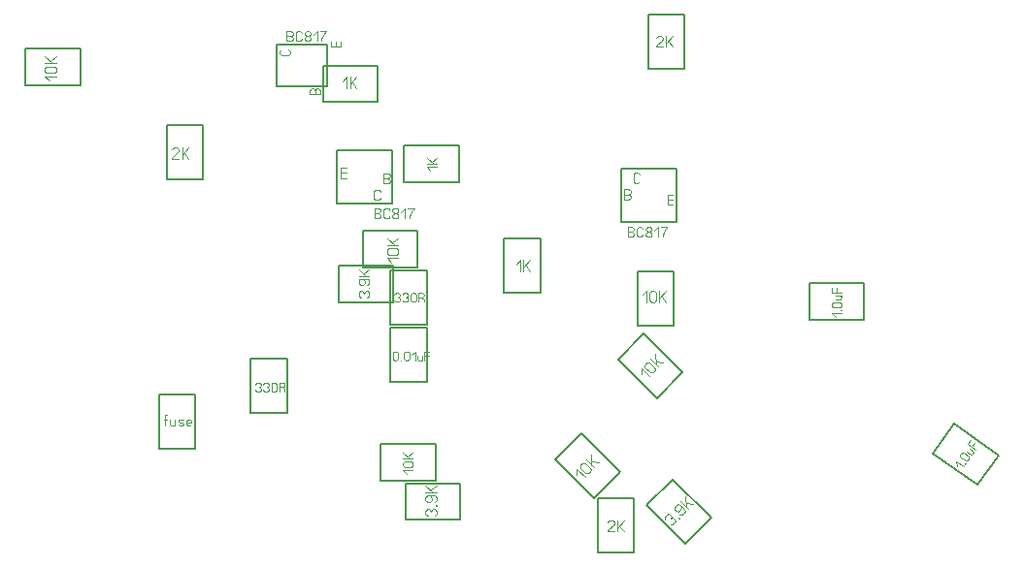
<source format=gbr>
%FSLAX34Y34*%
%MOMM*%
%LNSILK_TOP*%
G71*
G01*
%ADD10C,0.122*%
%ADD11C,0.100*%
%ADD12C,0.111*%
%ADD13C,0.200*%
%LPD*%
G54D10*
X579787Y-96083D02*
X573921Y-96083D01*
X573921Y-95472D01*
X574654Y-94249D01*
X579054Y-90583D01*
X579787Y-89360D01*
X579787Y-88138D01*
X579054Y-86916D01*
X577587Y-86305D01*
X576121Y-86305D01*
X574654Y-86916D01*
X573921Y-88138D01*
G54D10*
X582477Y-96083D02*
X582477Y-86305D01*
G54D10*
X582477Y-93027D02*
X588343Y-86305D01*
G54D10*
X584677Y-91194D02*
X588343Y-96083D01*
G54D10*
X374266Y-505677D02*
X373044Y-504944D01*
X372433Y-503477D01*
X372433Y-502010D01*
X373044Y-500544D01*
X374266Y-499810D01*
X375488Y-499810D01*
X376711Y-500544D01*
X377322Y-502010D01*
X377933Y-500544D01*
X379155Y-499810D01*
X380377Y-499810D01*
X381600Y-500544D01*
X382211Y-502010D01*
X382211Y-503477D01*
X381600Y-504944D01*
X380377Y-505677D01*
G54D10*
X382211Y-497121D02*
X382211Y-496534D01*
X381722Y-496534D01*
X381722Y-497121D01*
X382211Y-497121D01*
G54D10*
X380377Y-493845D02*
X381600Y-493112D01*
X382211Y-491645D01*
X382211Y-490178D01*
X381600Y-488712D01*
X380377Y-487978D01*
X377322Y-487978D01*
X376711Y-487978D01*
X377933Y-490178D01*
X377933Y-491645D01*
X377322Y-493112D01*
X376100Y-493845D01*
X374266Y-493845D01*
X373044Y-493112D01*
X372433Y-491645D01*
X372433Y-490178D01*
X373044Y-488712D01*
X374266Y-487978D01*
X377322Y-487978D01*
G54D10*
X382211Y-485289D02*
X372433Y-485289D01*
G54D10*
X379155Y-485289D02*
X372433Y-479422D01*
G54D10*
X377322Y-483089D02*
X382211Y-479422D01*
G54D10*
X561537Y-312878D02*
X565204Y-309211D01*
X565204Y-318989D01*
G54D10*
X573760Y-311044D02*
X573760Y-317156D01*
X573027Y-318378D01*
X571560Y-318989D01*
X570093Y-318989D01*
X568627Y-318378D01*
X567893Y-317156D01*
X567893Y-311044D01*
X568627Y-309822D01*
X570093Y-309211D01*
X571560Y-309211D01*
X573027Y-309822D01*
X573760Y-311044D01*
G54D10*
X576449Y-318989D02*
X576449Y-309211D01*
G54D10*
X576449Y-315933D02*
X582316Y-309211D01*
G54D10*
X578649Y-314100D02*
X582316Y-318989D01*
G54D11*
X345330Y-312319D02*
X345930Y-311319D01*
X347130Y-310819D01*
X348330Y-310819D01*
X349530Y-311319D01*
X350130Y-312319D01*
X350130Y-313319D01*
X349530Y-314319D01*
X348330Y-314819D01*
X349530Y-315319D01*
X350130Y-316319D01*
X350130Y-317319D01*
X349530Y-318319D01*
X348330Y-318819D01*
X347130Y-318819D01*
X345930Y-318319D01*
X345330Y-317319D01*
G54D11*
X352330Y-312319D02*
X352930Y-311319D01*
X354130Y-310819D01*
X355330Y-310819D01*
X356530Y-311319D01*
X357130Y-312319D01*
X357130Y-313319D01*
X356530Y-314319D01*
X355330Y-314819D01*
X356530Y-315319D01*
X357130Y-316319D01*
X357130Y-317319D01*
X356530Y-318319D01*
X355330Y-318819D01*
X354130Y-318819D01*
X352930Y-318319D01*
X352330Y-317319D01*
G54D11*
X364130Y-312319D02*
X364130Y-317319D01*
X363530Y-318319D01*
X362330Y-318819D01*
X361130Y-318819D01*
X359930Y-318319D01*
X359330Y-317319D01*
X359330Y-312319D01*
X359930Y-311319D01*
X361130Y-310819D01*
X362330Y-310819D01*
X363530Y-311319D01*
X364130Y-312319D01*
G54D11*
X368730Y-314819D02*
X370530Y-315819D01*
X371130Y-316819D01*
X371130Y-318819D01*
G54D11*
X366330Y-318819D02*
X366330Y-310819D01*
X369330Y-310819D01*
X370530Y-311319D01*
X371130Y-312319D01*
X371130Y-313319D01*
X370530Y-314319D01*
X369330Y-314819D01*
X366330Y-314819D01*
G54D11*
X348533Y-363628D02*
X348533Y-368628D01*
X347933Y-369628D01*
X346733Y-370128D01*
X345533Y-370128D01*
X344333Y-369628D01*
X343733Y-368628D01*
X343733Y-363628D01*
X344333Y-362628D01*
X345533Y-362128D01*
X346733Y-362128D01*
X347933Y-362628D01*
X348533Y-363628D01*
G54D11*
X350733Y-370128D02*
X351213Y-370128D01*
X351213Y-369728D01*
X350733Y-369728D01*
X350733Y-370128D01*
G54D11*
X358213Y-363628D02*
X358213Y-368628D01*
X357613Y-369628D01*
X356413Y-370128D01*
X355213Y-370128D01*
X354013Y-369628D01*
X353413Y-368628D01*
X353413Y-363628D01*
X354013Y-362628D01*
X355213Y-362128D01*
X356413Y-362128D01*
X357613Y-362628D01*
X358213Y-363628D01*
G54D11*
X360413Y-365128D02*
X363413Y-362128D01*
X363413Y-370128D01*
G54D11*
X369213Y-365628D02*
X369213Y-370128D01*
G54D11*
X369213Y-369128D02*
X368613Y-369928D01*
X367413Y-370128D01*
X366213Y-369928D01*
X365613Y-369128D01*
X365613Y-365628D01*
G54D11*
X371413Y-370128D02*
X371413Y-362128D01*
X375613Y-362128D01*
G54D11*
X371413Y-366128D02*
X375613Y-366128D01*
G54D10*
X560602Y-381771D02*
X560602Y-376586D01*
X567516Y-383500D01*
G54D10*
X567948Y-371832D02*
X572270Y-376153D01*
X572616Y-377536D01*
X572010Y-379005D01*
X570973Y-380042D01*
X569504Y-380648D01*
X568121Y-380302D01*
X563800Y-375981D01*
X563454Y-374598D01*
X564059Y-373128D01*
X565096Y-372092D01*
X566566Y-371486D01*
X567948Y-371832D01*
G54D10*
X575468Y-375548D02*
X568554Y-368634D01*
G54D10*
X573307Y-373388D02*
X572702Y-364486D01*
G54D10*
X573566Y-370536D02*
X579616Y-371400D01*
G54D11*
X730055Y-331594D02*
X727055Y-328594D01*
X735055Y-328594D01*
G54D11*
X735055Y-326394D02*
X735055Y-325914D01*
X734655Y-325914D01*
X734655Y-326394D01*
X735055Y-326394D01*
G54D11*
X728555Y-318914D02*
X733555Y-318914D01*
X734555Y-319514D01*
X735055Y-320714D01*
X735055Y-321914D01*
X734555Y-323114D01*
X733555Y-323714D01*
X728555Y-323714D01*
X727555Y-323114D01*
X727055Y-321914D01*
X727055Y-320714D01*
X727555Y-319514D01*
X728555Y-318914D01*
G54D11*
X730555Y-313114D02*
X735055Y-313114D01*
G54D11*
X734055Y-313114D02*
X734855Y-313714D01*
X735055Y-314914D01*
X734855Y-316114D01*
X734055Y-316714D01*
X730555Y-316714D01*
G54D11*
X735055Y-310914D02*
X727055Y-310914D01*
X727055Y-306714D01*
G54D11*
X731055Y-310914D02*
X731055Y-306714D01*
G54D12*
X251348Y-91063D02*
X251348Y-82174D01*
X254682Y-82174D01*
X256015Y-82729D01*
X256682Y-83841D01*
X256682Y-84952D01*
X256015Y-86063D01*
X254682Y-86618D01*
X256015Y-87174D01*
X256682Y-88285D01*
X256682Y-89396D01*
X256015Y-90507D01*
X254682Y-91063D01*
X251348Y-91063D01*
G54D12*
X251348Y-86618D02*
X254682Y-86618D01*
G54D12*
X264459Y-89396D02*
X263792Y-90507D01*
X262459Y-91063D01*
X261125Y-91063D01*
X259792Y-90507D01*
X259125Y-89396D01*
X259125Y-83841D01*
X259792Y-82729D01*
X261125Y-82174D01*
X262459Y-82174D01*
X263792Y-82729D01*
X264459Y-83841D01*
G54D12*
X270236Y-86618D02*
X268902Y-86618D01*
X267569Y-86063D01*
X266902Y-84952D01*
X266902Y-83841D01*
X267569Y-82729D01*
X268902Y-82174D01*
X270236Y-82174D01*
X271569Y-82729D01*
X272236Y-83841D01*
X272236Y-84952D01*
X271569Y-86063D01*
X270236Y-86618D01*
X271569Y-87174D01*
X272236Y-88285D01*
X272236Y-89396D01*
X271569Y-90507D01*
X270236Y-91063D01*
X268902Y-91063D01*
X267569Y-90507D01*
X266902Y-89396D01*
X266902Y-88285D01*
X267569Y-87174D01*
X268902Y-86618D01*
G54D12*
X274679Y-85507D02*
X278013Y-82174D01*
X278013Y-91063D01*
G54D12*
X280456Y-82174D02*
X285790Y-82174D01*
X285123Y-83285D01*
X283790Y-84952D01*
X282456Y-87174D01*
X281790Y-88841D01*
X281790Y-91063D01*
G54D13*
X543021Y-202424D02*
X591270Y-202424D01*
X591270Y-249121D01*
X543021Y-249121D01*
X543021Y-202424D01*
G54D12*
X548847Y-262044D02*
X548847Y-253155D01*
X552180Y-253156D01*
X553513Y-253711D01*
X554180Y-254822D01*
X554180Y-255933D01*
X553513Y-257044D01*
X552180Y-257600D01*
X553513Y-258155D01*
X554180Y-259267D01*
X554180Y-260378D01*
X553513Y-261489D01*
X552180Y-262044D01*
X548847Y-262044D01*
G54D12*
X548847Y-257600D02*
X552180Y-257600D01*
G54D12*
X561957Y-260378D02*
X561290Y-261489D01*
X559957Y-262044D01*
X558624Y-262044D01*
X557290Y-261489D01*
X556624Y-260378D01*
X556624Y-254822D01*
X557290Y-253711D01*
X558624Y-253155D01*
X559957Y-253156D01*
X561290Y-253711D01*
X561957Y-254822D01*
G54D12*
X567734Y-257600D02*
X566401Y-257600D01*
X565068Y-257044D01*
X564401Y-255933D01*
X564401Y-254822D01*
X565068Y-253711D01*
X566401Y-253156D01*
X567734Y-253155D01*
X569067Y-253711D01*
X569734Y-254822D01*
X569734Y-255933D01*
X569067Y-257044D01*
X567734Y-257600D01*
X569067Y-258155D01*
X569734Y-259267D01*
X569734Y-260378D01*
X569067Y-261489D01*
X567734Y-262044D01*
X566401Y-262044D01*
X565068Y-261489D01*
X564401Y-260378D01*
X564401Y-259267D01*
X565068Y-258155D01*
X566401Y-257600D01*
G54D12*
X572178Y-256489D02*
X575511Y-253155D01*
X575511Y-262044D01*
G54D12*
X577955Y-253156D02*
X583288Y-253155D01*
X582622Y-254267D01*
X581288Y-255933D01*
X579955Y-258155D01*
X579288Y-259822D01*
X579288Y-262044D01*
G54D12*
X546000Y-229412D02*
X546000Y-220523D01*
X549333Y-220523D01*
X550667Y-221078D01*
X551333Y-222189D01*
X551333Y-223301D01*
X550667Y-224412D01*
X549333Y-224967D01*
X550667Y-225523D01*
X551333Y-226634D01*
X551333Y-227745D01*
X550667Y-228856D01*
X549333Y-229412D01*
X546000Y-229412D01*
G54D12*
X546000Y-224967D02*
X549333Y-224967D01*
G54D12*
X588196Y-233917D02*
X583529Y-233917D01*
X583529Y-225028D01*
X588196Y-225028D01*
G54D12*
X583529Y-229473D02*
X588196Y-229473D01*
G54D12*
X559172Y-213075D02*
X558505Y-214186D01*
X557172Y-214742D01*
X555838Y-214742D01*
X554505Y-214186D01*
X553838Y-213075D01*
X553838Y-207520D01*
X554505Y-206408D01*
X555838Y-205853D01*
X557172Y-205853D01*
X558505Y-206408D01*
X559172Y-207520D01*
G54D12*
X280462Y-137679D02*
X271573Y-137679D01*
X271573Y-134346D01*
X272128Y-133013D01*
X273239Y-132346D01*
X274350Y-132346D01*
X275462Y-133013D01*
X276017Y-134346D01*
X276573Y-133013D01*
X277684Y-132346D01*
X278795Y-132346D01*
X279906Y-133013D01*
X280462Y-134346D01*
X280462Y-137679D01*
G54D12*
X276017Y-137679D02*
X276017Y-134346D01*
G54D12*
X289724Y-91217D02*
X289724Y-95883D01*
X298613Y-95883D01*
X298613Y-91217D01*
G54D12*
X294169Y-95883D02*
X294169Y-91217D01*
G54D10*
X300110Y-125987D02*
X303776Y-122320D01*
X303776Y-132098D01*
G54D10*
X306466Y-132098D02*
X306466Y-122320D01*
G54D10*
X306466Y-129042D02*
X312332Y-122320D01*
G54D10*
X308666Y-127209D02*
X312332Y-132098D01*
G54D13*
X242404Y-94069D02*
X286322Y-94069D01*
X286322Y-130358D01*
X242404Y-130358D01*
X242404Y-94069D01*
G54D13*
X596474Y-380422D02*
X574023Y-402873D01*
X540347Y-369197D01*
X562798Y-346746D01*
X596474Y-380422D01*
G54D13*
X589121Y-340005D02*
X557371Y-340005D01*
X557371Y-292380D01*
X589121Y-292380D01*
X589121Y-340005D01*
G54D13*
X341680Y-341266D02*
X373430Y-341266D01*
X373430Y-388891D01*
X341680Y-388890D01*
X341680Y-341266D01*
G54D13*
X341767Y-291540D02*
X373517Y-291540D01*
X373517Y-339165D01*
X341767Y-339165D01*
X341767Y-291540D01*
G54D12*
X252460Y-98168D02*
X253571Y-98835D01*
X254127Y-100168D01*
X254127Y-101502D01*
X253571Y-102835D01*
X252460Y-103502D01*
X246904Y-103502D01*
X245793Y-102835D01*
X245238Y-101502D01*
X245238Y-100168D01*
X245793Y-98835D01*
X246904Y-98168D01*
G54D13*
X283123Y-144070D02*
X283123Y-112320D01*
X330748Y-112320D01*
X330748Y-144070D01*
X283123Y-144070D01*
G54D13*
X354774Y-508950D02*
X354774Y-477200D01*
X402400Y-477200D01*
X402400Y-508950D01*
X354774Y-508950D01*
G54D13*
X707172Y-334326D02*
X707173Y-302576D01*
X754798Y-302576D01*
X754798Y-334326D01*
X707172Y-334326D01*
G54D13*
X621451Y-507518D02*
X599001Y-529968D01*
X565325Y-496292D01*
X587775Y-473842D01*
X621451Y-507518D01*
G54D10*
X581589Y-508548D02*
X581243Y-507165D01*
X581848Y-505696D01*
X582885Y-504659D01*
X584355Y-504054D01*
X585737Y-504400D01*
X586602Y-505264D01*
X586947Y-506647D01*
X586342Y-508116D01*
X587812Y-507511D01*
X589194Y-507857D01*
X590059Y-508721D01*
X590404Y-510104D01*
X589799Y-511573D01*
X588762Y-512610D01*
X587293Y-513215D01*
X585910Y-512869D01*
G54D10*
X593257Y-508116D02*
X593671Y-507701D01*
X593326Y-507355D01*
X592911Y-507770D01*
X593257Y-508116D01*
G54D10*
X594277Y-504503D02*
X595660Y-504848D01*
X597129Y-504244D01*
X598166Y-503206D01*
X598771Y-501737D01*
X598425Y-500354D01*
X596265Y-498194D01*
X595832Y-497762D01*
X595141Y-500182D01*
X594104Y-501219D01*
X592635Y-501824D01*
X591252Y-501478D01*
X589956Y-500182D01*
X589610Y-498799D01*
X590215Y-497330D01*
X591252Y-496292D01*
X592721Y-495688D01*
X594104Y-496033D01*
X596265Y-498194D01*
G54D10*
X601623Y-499749D02*
X594709Y-492835D01*
G54D10*
X599462Y-497588D02*
X598858Y-488687D01*
G54D10*
X599722Y-494737D02*
X605772Y-495601D01*
G54D11*
X835911Y-461985D02*
X835175Y-457807D01*
X841728Y-462396D01*
G54D11*
X842990Y-460594D02*
X843265Y-460200D01*
X842938Y-459971D01*
X842662Y-460364D01*
X842990Y-460594D01*
G54D11*
X841956Y-450738D02*
X846051Y-453606D01*
X846526Y-454671D01*
X846248Y-455941D01*
X845559Y-456924D01*
X844462Y-457620D01*
X843298Y-457538D01*
X839202Y-454670D01*
X838727Y-453605D01*
X839006Y-452335D01*
X839694Y-451352D01*
X840792Y-450656D01*
X841956Y-450738D01*
G54D11*
X846921Y-447134D02*
X850607Y-449715D01*
G54D11*
X849787Y-449142D02*
X850099Y-450092D01*
X849574Y-451190D01*
X848722Y-452058D01*
X847723Y-452090D01*
X844856Y-450083D01*
G54D11*
X851869Y-447913D02*
X845315Y-443324D01*
X847725Y-439884D01*
G54D11*
X848592Y-445619D02*
X851001Y-442178D01*
G54D13*
X815223Y-451474D02*
X833434Y-425466D01*
X872446Y-452782D01*
X854235Y-478790D01*
X815223Y-451474D01*
G54D10*
X504508Y-469707D02*
X504508Y-464522D01*
X511422Y-471436D01*
G54D10*
X511854Y-459768D02*
X516175Y-464089D01*
X516521Y-465472D01*
X515916Y-466941D01*
X514879Y-467978D01*
X513410Y-468584D01*
X512027Y-468238D01*
X507706Y-463917D01*
X507360Y-462534D01*
X507965Y-461065D01*
X509002Y-460027D01*
X510471Y-459422D01*
X511854Y-459768D01*
G54D10*
X519373Y-463484D02*
X512459Y-456570D01*
G54D10*
X517212Y-461324D02*
X516608Y-452422D01*
G54D10*
X517472Y-458472D02*
X523522Y-459336D01*
G54D13*
X542009Y-467448D02*
X519558Y-489899D01*
X485882Y-456223D01*
X508333Y-433772D01*
X542009Y-467448D01*
G54D10*
X536880Y-519367D02*
X531013Y-519367D01*
X531013Y-518755D01*
X531746Y-517533D01*
X536146Y-513866D01*
X536880Y-512644D01*
X536880Y-511422D01*
X536146Y-510200D01*
X534680Y-509589D01*
X533213Y-509589D01*
X531746Y-510200D01*
X531013Y-511422D01*
G54D10*
X539569Y-519367D02*
X539569Y-509589D01*
G54D10*
X539569Y-516311D02*
X545436Y-509589D01*
G54D10*
X541769Y-514478D02*
X545436Y-519367D01*
G54D13*
X554523Y-537626D02*
X522772Y-537625D01*
X522773Y-490000D01*
X554522Y-490000D01*
X554523Y-537626D01*
G54D10*
X451564Y-285945D02*
X455230Y-282279D01*
X455230Y-292056D01*
G54D10*
X457920Y-292056D02*
X457920Y-282279D01*
G54D10*
X457920Y-289001D02*
X463786Y-282279D01*
G54D10*
X460120Y-287168D02*
X463786Y-292056D01*
G54D13*
X472463Y-263381D02*
X440713Y-263381D01*
X440713Y-311006D01*
X472463Y-311006D01*
X472463Y-263381D01*
G54D13*
X598404Y-115133D02*
X566654Y-115133D01*
X566654Y-67508D01*
X598404Y-67508D01*
X598404Y-115133D01*
G54D13*
X251833Y-415836D02*
X220083Y-415836D01*
X220083Y-368211D01*
X251833Y-368211D01*
X251833Y-415836D01*
G54D11*
X223913Y-390849D02*
X224513Y-389849D01*
X225714Y-389349D01*
X226914Y-389349D01*
X228114Y-389849D01*
X228713Y-390849D01*
X228714Y-391849D01*
X228114Y-392849D01*
X226913Y-393349D01*
X228114Y-393849D01*
X228714Y-394849D01*
X228713Y-395849D01*
X228113Y-396849D01*
X226913Y-397349D01*
X225714Y-397349D01*
X224514Y-396849D01*
X223913Y-395849D01*
G54D11*
X230914Y-390849D02*
X231514Y-389849D01*
X232714Y-389349D01*
X233914Y-389349D01*
X235113Y-389849D01*
X235713Y-390849D01*
X235714Y-391849D01*
X235114Y-392849D01*
X233913Y-393349D01*
X235114Y-393849D01*
X235713Y-394849D01*
X235713Y-395849D01*
X235113Y-396849D01*
X233914Y-397349D01*
X232714Y-397349D01*
X231514Y-396849D01*
X230914Y-395849D01*
G54D11*
X242713Y-390849D02*
X242713Y-395849D01*
X242113Y-396849D01*
X240914Y-397349D01*
X239713Y-397349D01*
X238513Y-396849D01*
X237914Y-395849D01*
X237914Y-390849D01*
X238514Y-389849D01*
X239714Y-389349D01*
X240914Y-389349D01*
X242113Y-389849D01*
X242713Y-390849D01*
G54D11*
X247313Y-393349D02*
X249114Y-394349D01*
X249713Y-395349D01*
X249714Y-397349D01*
G54D11*
X244914Y-397349D02*
X244913Y-389349D01*
X247914Y-389349D01*
X249113Y-389849D01*
X249714Y-390849D01*
X249713Y-391849D01*
X249114Y-392849D01*
X247913Y-393349D01*
X244914Y-393349D01*
G54D10*
X157322Y-193881D02*
X151456Y-193881D01*
X151456Y-193270D01*
X152189Y-192048D01*
X156589Y-188381D01*
X157322Y-187159D01*
X157322Y-185937D01*
X156589Y-184715D01*
X155122Y-184104D01*
X153656Y-184104D01*
X152189Y-184715D01*
X151456Y-185937D01*
G54D10*
X160012Y-193881D02*
X160012Y-184104D01*
G54D10*
X160012Y-190826D02*
X165878Y-184104D01*
G54D10*
X162212Y-188992D02*
X165878Y-193881D01*
G54D13*
X178209Y-212139D02*
X146459Y-212139D01*
X146459Y-164514D01*
X178209Y-164514D01*
X178209Y-212139D01*
G54D10*
X342485Y-284295D02*
X338818Y-280628D01*
X348596Y-280628D01*
G54D10*
X340652Y-272072D02*
X346763Y-272072D01*
X347985Y-272805D01*
X348596Y-274272D01*
X348596Y-275739D01*
X347985Y-277205D01*
X346763Y-277939D01*
X340652Y-277939D01*
X339430Y-277205D01*
X338818Y-275739D01*
X338818Y-274272D01*
X339430Y-272805D01*
X340652Y-272072D01*
G54D10*
X348596Y-269383D02*
X338818Y-269383D01*
G54D10*
X345541Y-269383D02*
X338818Y-263516D01*
G54D10*
X343707Y-267183D02*
X348596Y-263516D01*
G54D13*
X317802Y-256711D02*
X317802Y-288461D01*
X365427Y-288461D01*
X365427Y-256711D01*
X317802Y-256711D01*
G54D12*
X316022Y-314755D02*
X314911Y-314088D01*
X314355Y-312755D01*
X314355Y-311422D01*
X314911Y-310088D01*
X316022Y-309422D01*
X317133Y-309422D01*
X318244Y-310088D01*
X318800Y-311422D01*
X319355Y-310088D01*
X320466Y-309422D01*
X321577Y-309422D01*
X322688Y-310088D01*
X323244Y-311422D01*
X323244Y-312755D01*
X322688Y-314088D01*
X321577Y-314755D01*
G54D12*
X323244Y-306978D02*
X323244Y-306445D01*
X322800Y-306445D01*
X322800Y-306978D01*
X323244Y-306978D01*
G54D12*
X321577Y-304001D02*
X322688Y-303334D01*
X323244Y-302001D01*
X323244Y-300668D01*
X322688Y-299334D01*
X321577Y-298668D01*
X318800Y-298668D01*
X318244Y-298668D01*
X319355Y-300668D01*
X319355Y-302001D01*
X318800Y-303334D01*
X317688Y-304001D01*
X316022Y-304001D01*
X314911Y-303334D01*
X314355Y-302001D01*
X314355Y-300668D01*
X314911Y-299334D01*
X316022Y-298668D01*
X318800Y-298668D01*
G54D12*
X323244Y-296224D02*
X314355Y-296224D01*
G54D12*
X320466Y-296224D02*
X314355Y-290891D01*
G54D12*
X318800Y-294224D02*
X323244Y-290891D01*
G54D13*
X344260Y-287171D02*
X344260Y-318921D01*
X296635Y-318921D01*
X296635Y-287171D01*
X344260Y-287171D01*
G54D12*
X355898Y-469141D02*
X352564Y-465808D01*
X361453Y-465808D01*
G54D12*
X354231Y-458031D02*
X359787Y-458031D01*
X360898Y-458698D01*
X361453Y-460031D01*
X361453Y-461364D01*
X360898Y-462698D01*
X359787Y-463364D01*
X354231Y-463364D01*
X353120Y-462698D01*
X352564Y-461364D01*
X352564Y-460031D01*
X353120Y-458698D01*
X354231Y-458031D01*
G54D12*
X361453Y-455587D02*
X352564Y-455587D01*
G54D12*
X358675Y-455587D02*
X352564Y-450254D01*
G54D12*
X357009Y-453587D02*
X361453Y-450254D01*
G54D13*
X381068Y-443173D02*
X381068Y-474923D01*
X333443Y-474923D01*
X333443Y-443173D01*
X381068Y-443173D01*
G54D10*
X44019Y-125373D02*
X40352Y-121706D01*
X50130Y-121706D01*
G54D10*
X42185Y-113150D02*
X48296Y-113150D01*
X49519Y-113883D01*
X50130Y-115350D01*
X50130Y-116817D01*
X49519Y-118284D01*
X48296Y-119017D01*
X42185Y-119017D01*
X40963Y-118284D01*
X40352Y-116817D01*
X40352Y-115350D01*
X40963Y-113883D01*
X42185Y-113150D01*
G54D10*
X50130Y-110461D02*
X40352Y-110461D01*
G54D10*
X47074Y-110461D02*
X40352Y-104594D01*
G54D10*
X45241Y-108261D02*
X50130Y-104594D01*
G54D13*
X71146Y-97789D02*
X71146Y-129539D01*
X23521Y-129539D01*
X23521Y-97789D01*
X71146Y-97789D01*
G54D13*
X171745Y-447101D02*
X139995Y-447100D01*
X139995Y-399476D01*
X171745Y-399475D01*
X171745Y-447101D01*
G54D10*
X145475Y-426947D02*
X145475Y-417780D01*
X146209Y-417169D01*
X146942Y-417536D01*
G54D10*
X144009Y-421447D02*
X146942Y-421447D01*
G54D10*
X154031Y-421447D02*
X154031Y-426947D01*
G54D10*
X154031Y-425725D02*
X153297Y-426703D01*
X151831Y-426947D01*
X150364Y-426703D01*
X149631Y-425725D01*
X149631Y-421447D01*
G54D10*
X156720Y-426336D02*
X158187Y-426947D01*
X159653Y-426947D01*
X161120Y-426336D01*
X161120Y-425114D01*
X160386Y-424503D01*
X157453Y-423892D01*
X156720Y-423280D01*
X156720Y-422058D01*
X158186Y-421447D01*
X159653Y-421447D01*
X161120Y-422058D01*
G54D10*
X168209Y-426336D02*
X167036Y-426947D01*
X165569Y-426947D01*
X164102Y-426336D01*
X163809Y-425114D01*
X163809Y-423036D01*
X164542Y-421814D01*
X166009Y-421447D01*
X167476Y-421814D01*
X168209Y-422669D01*
X168209Y-423892D01*
X163809Y-423892D01*
G54D13*
X343620Y-233246D02*
X295371Y-233246D01*
X295370Y-186549D01*
X343620Y-186549D01*
X343620Y-233246D01*
G54D12*
X335917Y-215399D02*
X335917Y-206510D01*
X339250Y-206510D01*
X340584Y-207066D01*
X341250Y-208177D01*
X341250Y-209288D01*
X340584Y-210399D01*
X339251Y-210955D01*
X340584Y-211510D01*
X341250Y-212622D01*
X341250Y-213733D01*
X340584Y-214844D01*
X339250Y-215399D01*
X335917Y-215399D01*
G54D12*
X335917Y-210955D02*
X339251Y-210955D01*
G54D12*
X303149Y-210626D02*
X298483Y-210626D01*
X298483Y-201738D01*
X303149Y-201738D01*
G54D12*
X298483Y-206182D02*
X303149Y-206182D01*
G54D12*
X332838Y-228136D02*
X332171Y-229247D01*
X330838Y-229802D01*
X329504Y-229802D01*
X328171Y-229247D01*
X327504Y-228136D01*
X327504Y-222580D01*
X328171Y-221469D01*
X329504Y-220914D01*
X330838Y-220914D01*
X332171Y-221469D01*
X332838Y-222580D01*
G54D12*
X376722Y-204057D02*
X373388Y-200724D01*
X382277Y-200724D01*
G54D12*
X382277Y-198280D02*
X373388Y-198280D01*
G54D12*
X379500Y-198280D02*
X373388Y-192947D01*
G54D12*
X377833Y-196280D02*
X382277Y-192947D01*
G54D13*
X401333Y-182403D02*
X401333Y-214153D01*
X353708Y-214153D01*
X353708Y-182402D01*
X401333Y-182403D01*
G54D12*
X327903Y-245799D02*
X327903Y-236910D01*
X331237Y-236910D01*
X332570Y-237465D01*
X333237Y-238577D01*
X333237Y-239688D01*
X332570Y-240799D01*
X331237Y-241354D01*
X332570Y-241910D01*
X333237Y-243021D01*
X333237Y-244132D01*
X332570Y-245243D01*
X331237Y-245799D01*
X327903Y-245799D01*
G54D12*
X327903Y-241354D02*
X331237Y-241354D01*
G54D12*
X341014Y-244132D02*
X340347Y-245243D01*
X339014Y-245799D01*
X337680Y-245799D01*
X336347Y-245243D01*
X335680Y-244132D01*
X335680Y-238577D01*
X336347Y-237465D01*
X337680Y-236910D01*
X339014Y-236910D01*
X340347Y-237465D01*
X341014Y-238577D01*
G54D12*
X346791Y-241354D02*
X345457Y-241354D01*
X344124Y-240799D01*
X343457Y-239688D01*
X343457Y-238577D01*
X344124Y-237465D01*
X345457Y-236910D01*
X346791Y-236910D01*
X348124Y-237465D01*
X348791Y-238577D01*
X348791Y-239688D01*
X348124Y-240799D01*
X346791Y-241354D01*
X348124Y-241910D01*
X348791Y-243021D01*
X348791Y-244132D01*
X348124Y-245243D01*
X346791Y-245799D01*
X345457Y-245799D01*
X344124Y-245243D01*
X343457Y-244132D01*
X343457Y-243021D01*
X344124Y-241910D01*
X345457Y-241354D01*
G54D12*
X351234Y-240243D02*
X354568Y-236910D01*
X354568Y-245799D01*
G54D12*
X357011Y-236910D02*
X362345Y-236910D01*
X361678Y-238021D01*
X360345Y-239688D01*
X359011Y-241910D01*
X358345Y-243577D01*
X358345Y-245799D01*
M02*

</source>
